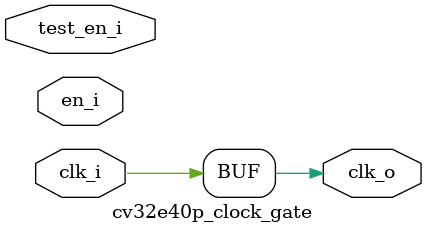
<source format=sv>

`define PULP_FPGA_EMUL

module cv32e40p_clock_gate
(
    input  logic clk_i,
    input  logic en_i,
    input  logic test_en_i,
    output logic clk_o
  );

`ifdef PULP_FPGA_EMUL
  // no clock gates in FPGA flow
  assign clk_o = clk_i;
`else
  logic clk_en;

`ifndef SYNTHESIS
  always_latch
  begin
     if (clk_i == 1'b0)
       clk_en <= en_i | test_en_i;
  end

  assign clk_o = clk_i & clk_en;
`else
  generate
      $fatal("[ERROR] cv32e40p_sim_clock_gate file must not be synthesized");
  endgenerate
`endif

`endif

endmodule // cv32e40p_clock_gate

</source>
